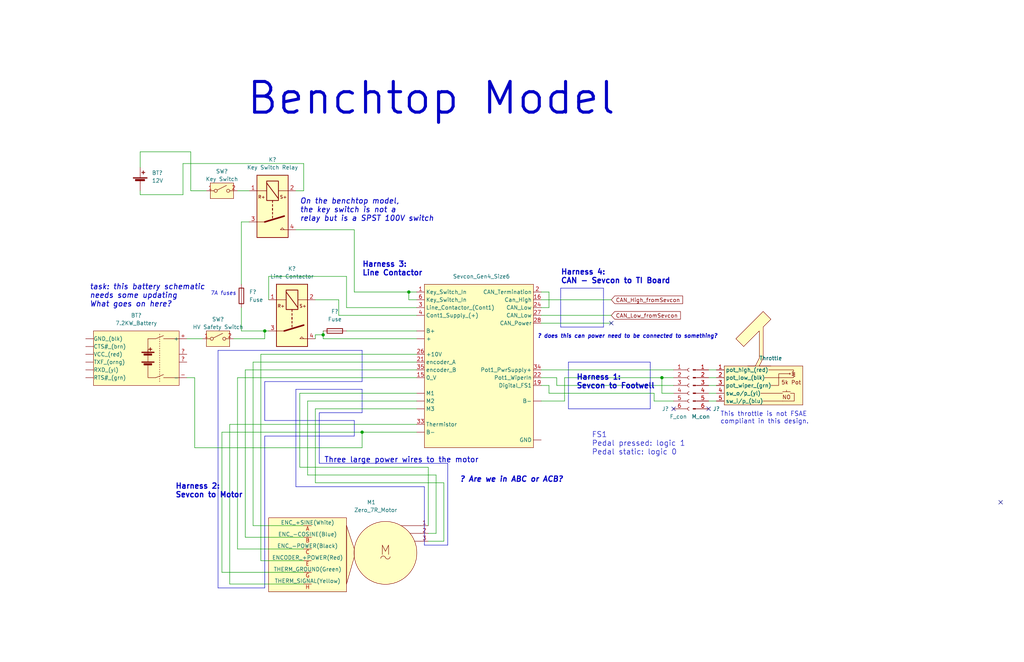
<source format=kicad_sch>
(kicad_sch (version 20230121) (generator eeschema)
  (paper "User" 334.01 216.002)
  (title_block (title "Tractive System") (date "2023-05-03"))
  (lib_symbols
    (symbol "CamachosSymbols:7.2KW_Battery" (pin_names (offset 0.002))
      (property "Reference" "BT?" (at -7.62 12.7 0))
      (property "Value" "7.2KW_Battery" (at -7.62 10.16 0))
      (symbol "7.2KW_Battery_0_1"
        (rectangle (start -22.86 7.62) (end 5.08 -10.16) (fill (type background)))
        (rectangle (start -7.112 -2.413) (end -3.048 -2.667) (fill (type outline)))
        (rectangle (start -7.112 0.762) (end -3.048 0.508) (fill (type outline)))
        (rectangle (start -6.4008 -2.9972) (end -3.81 -3.5052) (fill (type outline)))
        (rectangle (start -6.4008 0.1778) (end -3.81 -0.3302) (fill (type outline)))
        (rectangle (start -5.08 0) (end -5.08 5.08))
        (rectangle (start -5.08 5.08) (end -2.54 5.08))
        (rectangle (start 0 -7.62) (end 5.08 -7.62))
        (polyline (pts (xy -5.08 -2.54) (xy -5.08 -0.254)))
        (polyline (pts (xy -5.08 0.762) (xy -5.08 1.524)))
        (polyline (pts (xy -4.826 1.651) (xy -3.81 1.651)) (stroke (width 0.254)))
        (polyline (pts (xy -4.318 2.159) (xy -4.318 1.143)) (stroke (width 0.254)))
        (polyline (pts (xy -2.54 -7.62) (xy 0 -6.604)))
        (polyline (pts (xy -2.54 5.08) (xy 0 6.096)))
        (polyline (pts (xy -1.27 -8.636) (xy -1.27 -8.89)))
        (polyline (pts (xy -1.27 -7.874) (xy -1.27 -8.128)))
        (polyline (pts (xy -1.27 -7.112) (xy -1.27 -7.366)))
        (polyline (pts (xy -1.27 -6.35) (xy -1.27 -6.604)))
        (polyline (pts (xy -1.27 -5.588) (xy -1.27 -5.842)))
        (polyline (pts (xy -1.27 -4.826) (xy -1.27 -5.08)))
        (polyline (pts (xy -1.27 -4.064) (xy -1.27 -4.318)))
        (polyline (pts (xy -1.27 -3.302) (xy -1.27 -3.556)))
        (polyline (pts (xy -1.27 -2.54) (xy -1.27 -2.794)))
        (polyline (pts (xy -1.27 -1.778) (xy -1.27 -2.032)))
        (polyline (pts (xy -1.27 -1.016) (xy -1.27 -1.27)))
        (polyline (pts (xy -1.27 -0.254) (xy -1.27 -0.508)))
        (polyline (pts (xy -1.27 0.508) (xy -1.27 0.254)))
        (polyline (pts (xy -1.27 1.27) (xy -1.27 1.016)))
        (polyline (pts (xy -1.27 2.032) (xy -1.27 1.778)))
        (polyline (pts (xy -1.27 2.794) (xy -1.27 2.54)))
        (polyline (pts (xy -1.27 3.556) (xy -1.27 3.302)))
        (polyline (pts (xy -1.27 4.318) (xy -1.27 4.064)))
        (polyline (pts (xy -1.27 5.08) (xy -1.27 4.826)))
        (polyline (pts (xy -1.27 5.842) (xy -1.27 5.588)))
        (polyline (pts (xy -1.27 6.604) (xy -1.27 6.35)))
        (polyline (pts (xy -5.08 -3.556) (xy -5.08 -7.62) (xy -2.54 -7.62)))
        (rectangle (start 0 5.08) (end 5.08 5.08))
      )
      (symbol "7.2KW_Battery_1_1"
        (pin passive line (at -25.4 2.54 0) (length 2.54) (name "CTS#_(brn)") (number ""))
        (pin passive line (at -25.4 5.08 0) (length 2.54) (name "GND_(blk)") (number ""))
        (pin passive line (at -25.4 -7.62 0) (length 2.54) (name "RTS#_(grn)") (number ""))
        (pin passive line (at -25.4 -5.08 0) (length 2.54) (name "RXD_(yl)") (number ""))
        (pin passive line (at -25.4 -2.54 0) (length 2.54) (name "TXF_(orng)") (number ""))
        (pin passive line (at -25.4 0 0) (length 2.54) (name "VCC_(red)") (number ""))
        (pin passive line (at 7.62 5.08 180) (length 2.54) (name "+") (number "+"))
        (pin passive line (at 7.62 -7.62 180) (length 2.54) (name "-") (number "-"))
        (pin passive line (at 7.62 -2.54 180) (length 2.54) (name "") (number "?"))
        (pin passive line (at 7.62 0 180) (length 2.54) (name "") (number "?"))
      )
    )
    (symbol "CamachosSymbols:SW_SPST" (pin_names (offset 0) hide)
      (property "Reference" "SW" (at 0 3.175 0))
      (property "Value" "SW_SPST" (at 0 -2.54 0))
      (symbol "SW_SPST_0_0"
        (circle (center -2.032 0) (radius 0.508))
        (polyline (pts (xy -1.524 0.254) (xy 1.524 1.778)))
        (circle (center 2.032 0) (radius 0.508))
      )
      (symbol "SW_SPST_0_1"
        (rectangle (start -3.81 2.54) (end 3.81 -2.54) (fill (type background)))
      )
      (symbol "SW_SPST_1_1"
        (pin passive line (at -5.08 0 0) (length 2.54) (name "A") (number "1"))
        (pin passive line (at 5.08 0 180) (length 2.54) (name "B") (number "2"))
      )
    )
    (symbol "CamachosSymbols:Sevcon_Gen4_Size6"
      (property "Value" "Sevcon_Gen4_Size6" (at 10.16 17.78 0))
      (symbol "Sevcon_Gen4_Size6_0_1"
        (rectangle (start -17.78 15.24) (end 17.78 -38.1) (fill (type background)))
      )
      (symbol "Sevcon_Gen4_Size6_1_1"
        (pin passive line (at -20.32 -2.54 0) (length 2.54) (name "+") (number ""))
        (pin passive line (at -20.32 0 0) (length 2.54) (name "B+") (number ""))
        (pin passive line (at -20.32 -33.02 0) (length 2.54) (name "B-") (number ""))
        (pin passive line (at 20.32 -22.86 180) (length 2.54) (name "B-") (number ""))
        (pin passive line (at 20.32 -35.56 180) (length 2.54) (name "GND") (number ""))
        (pin passive line (at -20.32 -20.32 0) (length 2.54) (name "M1") (number ""))
        (pin passive line (at -20.32 -22.86 0) (length 2.54) (name "M2") (number ""))
        (pin passive line (at -20.32 -25.4 0) (length 2.54) (name "M3") (number ""))
        (pin passive line (at -20.32 12.7 0) (length 2.54) (name "Key_Switch_In") (number "1"))
        (pin passive line (at -20.32 -15.24 0) (length 2.54) (name "0_V") (number "15"))
        (pin passive line (at 20.32 10.16 180) (length 2.54) (name "Can_High") (number "16"))
        (pin passive line (at 20.32 -17.78 180) (length 2.54) (name "Digital_FS1") (number "19"))
        (pin passive line (at 20.32 12.7 180) (length 2.54) (name "CAN_Termination") (number "2"))
        (pin passive line (at -20.32 -10.16 0) (length 2.54) (name "encoder_A") (number "21"))
        (pin passive line (at 20.32 -15.24 180) (length 2.54) (name "Pot1_WiperIn") (number "22"))
        (pin passive line (at 20.32 7.62 180) (length 2.54) (name "CAN_Low") (number "24"))
        (pin passive line (at -20.32 -7.62 0) (length 2.54) (name "+10V") (number "26"))
        (pin passive line (at 20.32 5.08 180) (length 2.54) (name "CAN_Low") (number "27"))
        (pin passive line (at 20.32 2.54 180) (length 2.54) (name "CAN_Power") (number "28"))
        (pin passive line (at -20.32 7.62 0) (length 2.54) (name "Line_Contactor_(Cont1)") (number "3"))
        (pin passive line (at -20.32 -30.48 0) (length 2.54) (name "Thermistor") (number "33"))
        (pin passive line (at 20.32 -12.7 180) (length 2.54) (name "Pot1_PwrSupply+") (number "34"))
        (pin passive line (at -20.32 -12.7 0) (length 2.54) (name "encoder_B") (number "35"))
        (pin passive line (at -20.32 5.08 0) (length 2.54) (name "Cont1_Supply_(+)") (number "4"))
        (pin passive line (at -20.32 10.16 0) (length 2.54) (name "Key_Switch_In") (number "6"))
      )
    )
    (symbol "CamachosSymbols:Throttle"
      (property "Value" "Throttle" (at 12.7 11.43 0))
      (symbol "Throttle_0_0"
        (text "5k Pot" (at 14.224 -2.794 0) (effects (font (size 1.27 1.27))))
        (text "NO" (at 12.7 -7.62 0) (effects (font (size 1.27 1.27))))
      )
      (symbol "Throttle_0_1"
        (rectangle (start -7.62 2.54) (end 18.034 -10.16) (fill (type background)))
        (polyline (pts (xy 4.318 -6.35) (xy 11.43 -6.35)))
        (polyline (pts (xy 5.08 -8.89) (xy 11.43 -8.89)))
        (polyline (pts (xy 11.43 -6.35) (xy 11.43 -6.35)))
        (polyline (pts (xy 11.43 -5.842) (xy 13.97 -5.842)))
        (polyline (pts (xy 12.7 -5.842) (xy 12.7 -5.334)))
        (polyline (pts (xy 13.716 0.254) (xy 13.97 0) (xy 13.716 -0.254)))
        (polyline (pts (xy 7.62 -3.81) (xy 10.16 -3.81) (xy 10.16 0) (xy 13.97 0)))
        (polyline (pts (xy 11.43 -8.89) (xy 15.24 -8.89) (xy 15.24 -6.35) (xy 13.97 -6.35)))
        (polyline (pts (xy 6.858 1.27) (xy 14.986 1.27) (xy 14.986 0.762) (xy 14.478 0.508) (xy 15.494 0.254) (xy 14.478 0) (xy 15.494 -0.254) (xy 14.478 -0.508) (xy 15.494 -0.762) (xy 14.986 -1.016) (xy 14.986 -1.27) (xy 5.588 -1.27)))
        (polyline (pts (xy 0 2.54) (xy 2.54 2.54) (xy 3.81 5.08) (xy 3.81 11.43) (xy 3.81 13.97) (xy -1.27 8.89) (xy -3.81 11.43) (xy 5.08 20.32) (xy 7.62 17.78) (xy 5.08 15.24) (xy 5.08 5.08) (xy 3.81 2.54) (xy 6.35 2.54) (xy 7.62 2.54)) (fill (type background)))
      )
      (symbol "Throttle_1_1"
        (pin passive line (at -10.16 1.27 0) (length 2.54) (name "pot_high_(red)") (number "1"))
        (pin passive line (at -10.16 -1.27 0) (length 2.54) (name "pot_low_(blk)") (number "2"))
        (pin passive line (at -10.16 -3.81 0) (length 2.54) (name "pot_wiper_(grn)") (number "3"))
        (pin passive line (at -10.16 -6.35 0) (length 2.54) (name "sw_o/p_(yl)") (number "4"))
        (pin passive line (at -10.16 -8.89 0) (length 2.54) (name "sw_i/p_(blu)") (number "5"))
      )
    )
    (symbol "CamachosSymbols:Zero_7R_Motor" (pin_names (offset 0))
      (property "Reference" "M?" (at -0.635 16.51 0))
      (property "Value" "Zero_7R_Motor" (at -0.635 13.97 0))
      (symbol "Zero_7R_Motor_0_0"
        (polyline (pts (xy 3.556 -0.508) (xy 3.556 2.54) (xy 2.54 0.508) (xy 1.524 2.54) (xy 1.524 -0.508)))
        (arc (start 2.54 -1.524) (mid 1.6743 -1.0287) (end 1.016 -1.778))
        (arc (start 2.54 -1.524) (mid 3.4022 -1.9982) (end 4.064 -1.27))
      )
      (symbol "Zero_7R_Motor_0_1"
        (rectangle (start -35.56 11.43) (end -10.16 -12.7) (fill (type background)))
        (polyline (pts (xy 13.97 3.81) (xy 12.065 3.81)))
        (polyline (pts (xy 13.97 8.89) (xy 7.62 8.89)))
        (polyline (pts (xy -10.16 8.89) (xy -10.16 -10.16) (xy -7.62 -1.27)) (fill (type background)))
        (polyline (pts (xy -10.16 8.89) (xy -7.62 1.27) (xy -7.62 -1.27)) (fill (type background)))
        (polyline (pts (xy 13.97 6.35) (xy 10.5664 6.35) (xy 10.6172 6.3246)))
        (circle (center 2.54 0) (radius 10.2391) (fill (type background)))
      )
      (symbol "Zero_7R_Motor_1_1"
        (pin passive line (at 16.51 8.89 180) (length 2.54) (name "~") (number "1"))
        (pin passive line (at 16.51 6.35 180) (length 2.54) (name "~") (number "2"))
        (pin passive line (at 16.51 3.81 180) (length 2.54) (name "~") (number "3"))
        (pin passive line (at -24.13 8.89 0) (length 2.54) (name "ENC_+SINE(White)") (number "A"))
        (pin passive line (at -24.13 5.08 0) (length 2.54) (name "ENC_-COSINE(Blue)") (number "B"))
        (pin passive line (at -24.13 1.27 0) (length 2.54) (name "ENC_-POWER(Black)") (number "C"))
        (pin passive line (at -24.13 -2.54 0) (length 2.54) (name "ENCODER_+POWER(Red)") (number "E"))
        (pin passive line (at -24.13 -6.35 0) (length 2.54) (name "THERM_GROUND(Green)") (number "G"))
        (pin passive line (at -24.13 -10.16 0) (length 2.54) (name "THERM_SIGNAL(Yellow)") (number "H"))
      )
    )
    (symbol "Connector:Conn_01x06_Female" (pin_names (offset 1.016) hide)
      (property "Reference" "J" (at 0 7.62 0))
      (property "Value" "Conn_01x06_Female" (at 0 -10.16 0))
      (symbol "Conn_01x06_Female_1_1"
        (arc (start 0 -7.112) (mid -0.5058 -7.62) (end 0 -8.128) (stroke (width 0.1524)))
        (arc (start 0 -4.572) (mid -0.5058 -5.08) (end 0 -5.588) (stroke (width 0.1524)))
        (arc (start 0 -2.032) (mid -0.5058 -2.54) (end 0 -3.048) (stroke (width 0.1524)))
        (polyline (pts (xy -1.27 -7.62) (xy -0.508 -7.62)) (stroke (width 0.1524)))
        (polyline (pts (xy -1.27 -5.08) (xy -0.508 -5.08)) (stroke (width 0.1524)))
        (polyline (pts (xy -1.27 -2.54) (xy -0.508 -2.54)) (stroke (width 0.1524)))
        (polyline (pts (xy -1.27 0) (xy -0.508 0)) (stroke (width 0.1524)))
        (polyline (pts (xy -1.27 2.54) (xy -0.508 2.54)) (stroke (width 0.1524)))
        (polyline (pts (xy -1.27 5.08) (xy -0.508 5.08)) (stroke (width 0.1524)))
        (arc (start 0 0.508) (mid -0.5058 0) (end 0 -0.508) (stroke (width 0.1524)))
        (arc (start 0 3.048) (mid -0.5058 2.54) (end 0 2.032) (stroke (width 0.1524)))
        (arc (start 0 5.588) (mid -0.5058 5.08) (end 0 4.572) (stroke (width 0.1524)))
        (pin passive line (at -5.08 5.08 0) (length 3.81) (name "Pin_1") (number "1"))
        (pin passive line (at -5.08 2.54 0) (length 3.81) (name "Pin_2") (number "2"))
        (pin passive line (at -5.08 0 0) (length 3.81) (name "Pin_3") (number "3"))
        (pin passive line (at -5.08 -2.54 0) (length 3.81) (name "Pin_4") (number "4"))
        (pin passive line (at -5.08 -5.08 0) (length 3.81) (name "Pin_5") (number "5"))
        (pin passive line (at -5.08 -7.62 0) (length 3.81) (name "Pin_6") (number "6"))
      )
    )
    (symbol "Connector:Conn_01x06_Male" (pin_names (offset 1.016) hide)
      (property "Reference" "J" (at 0 7.62 0))
      (property "Value" "Conn_01x06_Male" (at 0 -10.16 0))
      (symbol "Conn_01x06_Male_1_1"
        (polyline (pts (xy 1.27 -7.62) (xy 0.8636 -7.62)) (stroke (width 0.1524)))
        (polyline (pts (xy 1.27 -5.08) (xy 0.8636 -5.08)) (stroke (width 0.1524)))
        (polyline (pts (xy 1.27 -2.54) (xy 0.8636 -2.54)) (stroke (width 0.1524)))
        (polyline (pts (xy 1.27 0) (xy 0.8636 0)) (stroke (width 0.1524)))
        (polyline (pts (xy 1.27 2.54) (xy 0.8636 2.54)) (stroke (width 0.1524)))
        (polyline (pts (xy 1.27 5.08) (xy 0.8636 5.08)) (stroke (width 0.1524)))
        (rectangle (start 0.8636 -7.493) (end 0 -7.747) (stroke (width 0.1524)) (fill (type outline)))
        (rectangle (start 0.8636 -4.953) (end 0 -5.207) (stroke (width 0.1524)) (fill (type outline)))
        (rectangle (start 0.8636 -2.413) (end 0 -2.667) (stroke (width 0.1524)) (fill (type outline)))
        (rectangle (start 0.8636 0.127) (end 0 -0.127) (stroke (width 0.1524)) (fill (type outline)))
        (rectangle (start 0.8636 2.667) (end 0 2.413) (stroke (width 0.1524)) (fill (type outline)))
        (rectangle (start 0.8636 5.207) (end 0 4.953) (stroke (width 0.1524)) (fill (type outline)))
        (pin passive line (at 5.08 5.08 180) (length 3.81) (name "Pin_1") (number "1"))
        (pin passive line (at 5.08 2.54 180) (length 3.81) (name "Pin_2") (number "2"))
        (pin passive line (at 5.08 0 180) (length 3.81) (name "Pin_3") (number "3"))
        (pin passive line (at 5.08 -2.54 180) (length 3.81) (name "Pin_4") (number "4"))
        (pin passive line (at 5.08 -5.08 180) (length 3.81) (name "Pin_5") (number "5"))
        (pin passive line (at 5.08 -7.62 180) (length 3.81) (name "Pin_6") (number "6"))
      )
    )
    (symbol "Device:Battery_Cell" (pin_numbers hide) (pin_names (offset 0) hide)
      (property "Reference" "BT" (at 2.54 2.54 0))
      (property "Value" "Battery_Cell" (at 2.54 0 0))
      (symbol "Battery_Cell_0_1"
        (rectangle (start -2.286 1.778) (end 2.286 1.524) (fill (type outline)))
        (rectangle (start -1.5748 1.1938) (end 1.4732 0.6858) (fill (type outline)))
        (polyline (pts (xy 0 0.762) (xy 0 0)))
        (polyline (pts (xy 0 1.778) (xy 0 2.54)))
        (polyline (pts (xy 0.508 3.429) (xy 1.524 3.429)) (stroke (width 0.254)))
        (polyline (pts (xy 1.016 3.937) (xy 1.016 2.921)) (stroke (width 0.254)))
      )
      (symbol "Battery_Cell_1_1"
        (pin passive line (at 0 5.08 270) (length 2.54) (name "+") (number "1"))
        (pin passive line (at 0 -2.54 90) (length 2.54) (name "-") (number "2"))
      )
    )
    (symbol "Device:Fuse" (pin_numbers hide) (pin_names (offset 0))
      (property "Reference" "F" (at 2.032 0 90))
      (property "Value" "Fuse" (at -1.905 0 90))
      (symbol "Fuse_0_1"
        (rectangle (start -0.762 -2.54) (end 0.762 2.54) (stroke (width 0.254)))
        (polyline (pts (xy 0 2.54) (xy 0 -2.54)))
      )
      (symbol "Fuse_1_1"
        (pin passive line (at 0 3.81 270) (length 1.27) (name "~") (number "1"))
        (pin passive line (at 0 -3.81 90) (length 1.27) (name "~") (number "2"))
      )
    )
    (symbol "Relay:ADW11"
      (property "Reference" "K?" (at -2.54 15.24 0))
      (property "Value" "Line Contactor" (at 1.27 12.7 0))
      (symbol "ADW11_1_1"
        (polyline (pts (xy -3.81 6.35) (xy -0.635 6.35)))
        (polyline (pts (xy -1.27 -3.81) (xy -3.81 -3.81)))
        (polyline (pts (xy -1.27 -3.81) (xy 5.08 -1.905)) (stroke (width 0.508)))
        (polyline (pts (xy -0.635 8.89) (xy 3.175 3.81)) (stroke (width 0.254)))
        (polyline (pts (xy 1.27 -1.905) (xy 1.27 -2.54)) (stroke (width 0.254)))
        (polyline (pts (xy 1.27 -0.635) (xy 1.27 -1.27)) (stroke (width 0.254)))
        (polyline (pts (xy 1.27 0.635) (xy 1.27 0)) (stroke (width 0.254)))
        (polyline (pts (xy 1.27 0.635) (xy 1.27 0)) (stroke (width 0.254)))
        (polyline (pts (xy 1.27 1.905) (xy 1.27 1.27)) (stroke (width 0.254)))
        (polyline (pts (xy 1.27 3.175) (xy 1.27 2.54)) (stroke (width 0.254)))
        (polyline (pts (xy 5.08 -6.35) (xy 6.35 -6.35)))
        (polyline (pts (xy 6.35 6.35) (xy 3.175 6.35)))
        (polyline (pts (xy 5.08 -6.35) (xy 3.81 -6.35) (xy 4.445 -5.715) (xy 5.08 -6.35)))
        (rectangle (start 3.175 9.525) (end -0.635 3.175) (stroke (width 0.254)))
        (rectangle (start 6.35 11.43) (end -3.81 -8.89) (stroke (width 0.254)) (fill (type background)))
        (text "R+" (at -2.286 4.318 0) (effects (font (size 1.016 1.016))))
        (text "S+" (at 4.826 4.318 0) (effects (font (size 1.016 1.016))))
        (pin passive line (at -6.35 6.35 0) (length 2.54) (name "~") (number "1"))
        (pin passive line (at 8.89 6.35 180) (length 2.54) (name "~") (number "2"))
        (pin passive line (at -6.35 -3.81 0) (length 2.54) (name "~") (number "3"))
        (pin passive line (at 8.89 -6.35 180) (length 2.54) (name "~") (number "4"))
      )
    )
  )
  (junction (at 133.35 95.25))
  (junction (at 86.36 107.95))
  (junction (at 105.41 109.22))
  (junction (at 215.9 123.19))
  (junction (at 118.11 140.97))
  (no_connect (at 231.14 133.35))
  (no_connect (at 326.39 163.83))
  (no_connect (at 199.39 105.41))
  (no_connect (at 219.71 133.35))
  (wire (pts (xy 102.87 109.22) (xy 105.41 109.22)))
  (wire (pts (xy 72.39 140.97) (xy 72.39 186.69)))
  (wire (pts (xy 142.24 154.94) (xy 100.33 154.94)))
  (wire (pts (xy 176.53 120.65) (xy 219.71 120.65)))
  (wire (pts (xy 102.87 97.79) (xy 110.49 97.79)))
  (wire (pts (xy 63.5 146.05) (xy 118.11 146.05)))
  (wire (pts (xy 62.23 49.53) (xy 45.72 49.53)))
  (wire (pts (xy 135.89 130.81) (xy 100.33 130.81)))
  (polyline (pts (xy 86.36 137.16) (xy 115.57 137.16)))
  (wire (pts (xy 113.03 107.95) (xy 135.89 107.95)))
  (wire (pts (xy 77.47 123.19) (xy 77.47 179.07)))
  (wire (pts (xy 59.69 53.34) (xy 59.69 63.5)))
  (wire (pts (xy 142.24 173.99) (xy 142.24 154.94)))
  (wire (pts (xy 184.15 123.19) (xy 184.15 130.81)))
  (wire (pts (xy 82.55 118.11) (xy 82.55 171.45)))
  (wire (pts (xy 113.03 100.33) (xy 113.03 90.17)))
  (wire (pts (xy 86.36 110.49) (xy 86.36 107.95)))
  (polyline (pts (xy 118.11 124.46) (xy 118.11 114.3)))
  (wire (pts (xy 86.36 107.95) (xy 87.63 107.95)))
  (wire (pts (xy 78.74 92.71) (xy 78.74 72.39)))
  (polyline (pts (xy 96.52 127) (xy 118.11 127)))
  (wire (pts (xy 139.7 171.45) (xy 139.7 152.4)))
  (wire (pts (xy 80.01 120.65) (xy 80.01 175.26)))
  (wire (pts (xy 215.9 123.19) (xy 215.9 128.27)))
  (wire (pts (xy 135.89 138.43) (xy 74.93 138.43)))
  (polyline (pts (xy 115.57 137.16) (xy 115.57 142.24)))
  (wire (pts (xy 80.01 175.26) (xy 99.06 175.26)))
  (wire (pts (xy 135.89 123.19) (xy 77.47 123.19)))
  (wire (pts (xy 139.7 176.53) (xy 144.78 176.53)))
  (polyline (pts (xy 146.05 151.13) (xy 146.05 177.8)))
  (polyline (pts (xy 185.42 118.11) (xy 212.09 118.11)))
  (wire (pts (xy 213.36 128.27) (xy 213.36 130.81)))
  (wire (pts (xy 77.47 62.23) (xy 81.28 62.23)))
  (polyline (pts (xy 71.12 191.77) (xy 86.36 191.77)))
  (polyline (pts (xy 185.42 133.35) (xy 185.42 118.11)))
  (wire (pts (xy 99.06 186.69) (xy 72.39 186.69)))
  (wire (pts (xy 67.31 62.23) (xy 62.23 62.23)))
  (wire (pts (xy 176.53 100.33) (xy 179.07 100.33)))
  (wire (pts (xy 80.01 120.65) (xy 135.89 120.65)))
  (wire (pts (xy 97.79 128.27) (xy 135.89 128.27)))
  (wire (pts (xy 176.53 125.73) (xy 179.07 125.73)))
  (wire (pts (xy 219.71 123.19) (xy 215.9 123.19)))
  (wire (pts (xy 102.87 133.35) (xy 102.87 157.48)))
  (wire (pts (xy 139.7 173.99) (xy 142.24 173.99)))
  (wire (pts (xy 105.41 109.22) (xy 105.41 107.95)))
  (polyline (pts (xy 118.11 127) (xy 118.11 134.62)))
  (wire (pts (xy 99.06 53.34) (xy 59.69 53.34)))
  (wire (pts (xy 45.72 49.53) (xy 45.72 54.61)))
  (polyline (pts (xy 104.14 134.62) (xy 104.14 151.13)))
  (wire (pts (xy 219.71 128.27) (xy 215.9 128.27)))
  (wire (pts (xy 231.14 130.81) (xy 233.68 130.81)))
  (wire (pts (xy 74.93 138.43) (xy 74.93 190.5)))
  (wire (pts (xy 78.74 107.95) (xy 78.74 100.33)))
  (polyline (pts (xy 212.09 118.11) (xy 212.09 133.35)))
  (polyline (pts (xy 86.36 124.46) (xy 86.36 137.16)))
  (wire (pts (xy 45.72 63.5) (xy 45.72 62.23)))
  (wire (pts (xy 144.78 157.48) (xy 102.87 157.48)))
  (wire (pts (xy 82.55 171.45) (xy 99.06 171.45)))
  (wire (pts (xy 176.53 105.41) (xy 199.39 105.41)))
  (wire (pts (xy 77.47 179.07) (xy 99.06 179.07)))
  (polyline (pts (xy 138.43 177.8) (xy 138.43 158.75)))
  (polyline (pts (xy 86.36 124.46) (xy 118.11 124.46)))
  (wire (pts (xy 135.89 95.25) (xy 133.35 95.25)))
  (wire (pts (xy 231.14 125.73) (xy 233.68 125.73)))
  (wire (pts (xy 231.14 120.65) (xy 233.68 120.65)))
  (wire (pts (xy 176.53 102.87) (xy 199.39 102.87)))
  (wire (pts (xy 102.87 110.49) (xy 102.87 109.22)))
  (wire (pts (xy 76.2 110.49) (xy 86.36 110.49)))
  (polyline (pts (xy 212.09 133.35) (xy 185.42 133.35)))
  (wire (pts (xy 87.63 90.17) (xy 87.63 97.79)))
  (polyline (pts (xy 196.85 93.98) (xy 196.85 106.68)))
  (wire (pts (xy 74.93 190.5) (xy 99.06 190.5)))
  (polyline (pts (xy 182.88 93.98) (xy 196.85 93.98)))
  (wire (pts (xy 139.7 152.4) (xy 97.79 152.4)))
  (wire (pts (xy 97.79 152.4) (xy 97.79 128.27)))
  (wire (pts (xy 179.07 95.25) (xy 179.07 100.33)))
  (wire (pts (xy 96.52 62.23) (xy 99.06 62.23)))
  (polyline (pts (xy 104.14 151.13) (xy 146.05 151.13)))
  (wire (pts (xy 85.09 115.57) (xy 85.09 182.88)))
  (wire (pts (xy 184.15 130.81) (xy 176.53 130.81)))
  (wire (pts (xy 135.89 140.97) (xy 118.11 140.97)))
  (wire (pts (xy 102.87 133.35) (xy 135.89 133.35)))
  (wire (pts (xy 115.57 74.93) (xy 96.52 74.93)))
  (wire (pts (xy 118.11 140.97) (xy 118.11 146.05)))
  (wire (pts (xy 181.61 123.19) (xy 181.61 125.73)))
  (polyline (pts (xy 146.05 177.8) (xy 138.43 177.8)))
  (wire (pts (xy 135.89 118.11) (xy 82.55 118.11)))
  (wire (pts (xy 181.61 125.73) (xy 219.71 125.73)))
  (wire (pts (xy 176.53 123.19) (xy 181.61 123.19)))
  (polyline (pts (xy 115.57 142.24) (xy 86.36 142.24)))
  (wire (pts (xy 100.33 154.94) (xy 100.33 130.81)))
  (polyline (pts (xy 86.36 142.24) (xy 86.36 191.77)))
  (wire (pts (xy 113.03 90.17) (xy 87.63 90.17)))
  (wire (pts (xy 213.36 130.81) (xy 219.71 130.81)))
  (wire (pts (xy 176.53 95.25) (xy 179.07 95.25)))
  (polyline (pts (xy 138.43 158.75) (xy 96.52 158.75)))
  (wire (pts (xy 59.69 63.5) (xy 45.72 63.5)))
  (polyline (pts (xy 96.52 158.75) (xy 96.52 127)))
  (polyline (pts (xy 118.11 134.62) (xy 104.14 134.62)))
  (wire (pts (xy 110.49 97.79) (xy 110.49 102.87)))
  (wire (pts (xy 99.06 62.23) (xy 99.06 53.34)))
  (wire (pts (xy 63.5 123.19) (xy 63.5 146.05)))
  (wire (pts (xy 105.41 110.49) (xy 135.89 110.49)))
  (wire (pts (xy 231.14 128.27) (xy 233.68 128.27)))
  (wire (pts (xy 72.39 140.97) (xy 118.11 140.97)))
  (wire (pts (xy 176.53 97.79) (xy 199.39 97.79)))
  (wire (pts (xy 133.35 95.25) (xy 133.35 97.79)))
  (wire (pts (xy 62.23 62.23) (xy 62.23 49.53)))
  (wire (pts (xy 110.49 102.87) (xy 135.89 102.87)))
  (wire (pts (xy 135.89 97.79) (xy 133.35 97.79)))
  (wire (pts (xy 85.09 182.88) (xy 99.06 182.88)))
  (wire (pts (xy 231.14 123.19) (xy 233.68 123.19)))
  (polyline (pts (xy 118.11 114.3) (xy 71.12 114.3)))
  (wire (pts (xy 105.41 110.49) (xy 105.41 109.22)))
  (wire (pts (xy 60.96 110.49) (xy 66.04 110.49)))
  (wire (pts (xy 135.89 100.33) (xy 113.03 100.33)))
  (wire (pts (xy 144.78 176.53) (xy 144.78 157.48)))
  (wire (pts (xy 184.15 123.19) (xy 215.9 123.19)))
  (wire (pts (xy 78.74 107.95) (xy 86.36 107.95)))
  (polyline (pts (xy 71.12 114.3) (xy 71.12 191.77)))
  (wire (pts (xy 78.74 72.39) (xy 81.28 72.39)))
  (wire (pts (xy 179.07 128.27) (xy 213.36 128.27)))
  (polyline (pts (xy 182.88 106.68) (xy 196.85 106.68)))
  (polyline (pts (xy 182.88 106.68) (xy 182.88 93.98)))
  (wire (pts (xy 63.5 123.19) (xy 60.96 123.19)))
  (wire (pts (xy 115.57 95.25) (xy 115.57 74.93)))
  (wire (pts (xy 179.07 125.73) (xy 179.07 128.27)))
  (wire (pts (xy 133.35 95.25) (xy 115.57 95.25)))
  (wire (pts (xy 135.89 115.57) (xy 85.09 115.57)))
  (text "Harness 3:\nLine Contactor" (at 118.11 90.17 0) (effects (font (size 1.75 1.75) (thickness 0.35) bold) (justify left bottom)))
  (text "Harness 4:\nCAN - Sevcon to TI Board" (at 182.88 92.71 0) (effects (font (size 1.75 1.75) (thickness 0.35) bold) (justify left bottom)))
  (text "Three large power wires to the motor" (at 156.21 151.13 0) (effects (font (size 1.75 1.75) (thickness 0.254) bold) (justify right bottom)))
  (text "Benchtop Model" (at 80.01 38.1 0) (effects (font (size 10 10) (thickness 1) bold) (justify left bottom)))
  (text "This throttle is not FSAE\ncompliant in this design." (at 234.95 138.43 0) (effects (font (size 1.5 1.5)) (justify left bottom)))
  (text "FS1\nPedal pressed: logic 1\nPedal static: logic 0" (at 193.04 148.59 0) (effects (font (size 1.75 1.75)) (justify left bottom)))
  (text "Harness 1:\nSevcon to Footwell" (at 187.96 127 0) (effects (font (size 1.75 1.75) (thickness 0.35) bold) (justify left bottom)))
  (text "7A fuses" (at 68.58 96.52 0) (effects (font (size 1.27 1.27) italic) (justify left bottom)))
  (text "Harness 2:\nSevcon to Motor" (at 57.15 162.56 0) (effects (font (size 1.75 1.75) (thickness 0.35) bold) (justify left bottom)))
  (text "? does this can power need to be connected to something?" (at 175.26 110.49 0) (effects (font (size 1.27 1.27) (thickness 0.254) bold italic) (justify left bottom)))
  (text "task: this battery schematic\nneeds some updating\nWhat goes on here?" (at 29.21 100.33 0) (effects (font (size 1.75 1.75) (thickness 0.254) bold italic) (justify left bottom)))
  (text "? Are we in ABC or ACB?" (at 149.86 157.48 0) (effects (font (size 1.75 1.75) bold italic) (justify left bottom)))
  (text "On the benchtop model,\nthe key switch is not a\nrelay but is a SPST 100V switch" (at 97.79 72.39 0) (effects (font (size 1.75 1.75) (thickness 0.254) bold italic) (justify left bottom)))
  (global_label "CAN_Low_fromSevcon" (shape input) (at 199.39 102.87 0) (property "Intersheetrefs" "${INTERSHEET_REFS}" (effects hide)))
  (global_label "CAN_High_fromSevcon" (shape input) (at 199.39 97.79 0) (property "Intersheetrefs" "${INTERSHEET_REFS}" (effects hide)))
  (symbol (lib_id "CamachosSymbols:Throttle") (at 243.84 121.92 0) (unit 1)
    (property "Reference" "U?" (effects hide))
    (property "Value" "Throttle" (at 247.65 116.84 0) (effects (justify left)))
  )
  (symbol (lib_id "CamachosSymbols:Zero_7R_Motor") (at 123.19 180.34 0) (unit 1)
    (property "Reference" "M1" (at 122.555 163.83 0) (effects (justify right)))
    (property "Value" "Zero_7R_Motor" (at 122.555 166.37 0))
  )
  (symbol (lib_id "CamachosSymbols:Sevcon_Gen4_Size6") (at 156.21 107.95 0) (unit 1)
    (property "Reference" "U?" (effects hide))
    (property "Value" "Sevcon_Gen4_Size6" (at 166.37 90.17 0) (effects (justify right)))
  )
  (symbol (lib_id "CamachosSymbols:SW_SPST") (at 72.39 62.23 0) (unit 1)
    (property "Reference" "SW?" (at 72.39 55.88 0))
    (property "Value" "Key Switch" (at 72.39 58.42 0))
  )
  (symbol (lib_id "CamachosSymbols:SW_SPST") (at 71.12 110.49 0) (unit 1)
    (property "Reference" "SW?" (at 71.12 104.14 0))
    (property "Value" "HV Safety Switch" (at 71.12 106.68 0))
  )
  (symbol (lib_id "Relay:ADW11") (at 87.63 68.58 0) (unit 1)
    (property "Reference" "K?" (at 88.9 52.07 0))
    (property "Value" "Key Switch Relay" (at 88.9 54.61 0))
    (property "Footprint" "Relay_THT:Relay_1P1T_NO_10x24x18.8mm_Panasonic_ADW11xxxxW_THT" (effects hide))
    (property "Datasheet" "https://www.panasonic-electric-works.com/pew/es/downloads/ds_dw_hl_en.pdf" (effects hide))
  )
  (symbol (lib_id "Device:Battery_Cell") (at 45.72 59.69 0) (unit 1)
    (property "Reference" "BT?" (at 49.53 56.3879 0) (effects (justify left)))
    (property "Value" "12V" (at 49.53 58.9279 0) (effects (justify left)))
  )
  (symbol (lib_id "CamachosSymbols:7.2KW_Battery") (at 53.34 115.57 0) (unit 1)
    (property "Reference" "BT?" (at 44.45 102.87 0))
    (property "Value" "7.2KW_Battery" (at 44.45 105.41 0))
  )
  (symbol (lib_id "Relay:ADW11") (at 93.98 104.14 0) (unit 1)
    (property "Reference" "K?" (at 95.25 87.63 0))
    (property "Value" "Line Contactor" (at 95.25 90.17 0))
    (property "Footprint" "Relay_THT:Relay_1P1T_NO_10x24x18.8mm_Panasonic_ADW11xxxxW_THT" (effects hide))
    (property "Datasheet" "https://www.panasonic-electric-works.com/pew/es/downloads/ds_dw_hl_en.pdf" (effects hide))
  )
  (symbol (lib_id "Device:Fuse") (at 109.22 107.95 90) (unit 1)
    (property "Reference" "F?" (at 109.22 101.6 90))
    (property "Value" "Fuse" (at 109.22 104.14 90))
  )
  (symbol (lib_id "Connector:Conn_01x06_Female") (at 224.79 125.73 0) (unit 1)
    (property "Reference" "J?" (at 215.9 133.35 0) (effects (justify left)))
    (property "Value" "F_con" (at 218.44 135.89 0) (effects (justify left)))
  )
  (symbol (lib_id "Connector:Conn_01x06_Male") (at 226.06 125.73 0) (unit 1)
    (property "Reference" "J?" (at 233.68 133.35 0))
    (property "Value" "M_con" (at 228.6 135.89 0))
  )
  (symbol (lib_id "Device:Fuse") (at 78.74 96.52 180) (unit 1)
    (property "Reference" "F?" (at 81.28 95.2499 0) (effects (justify right)))
    (property "Value" "Fuse" (at 81.28 97.7899 0) (effects (justify right)))
  )
)
</source>
